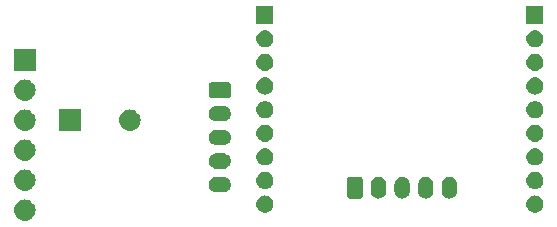
<source format=gbr>
G04 #@! TF.GenerationSoftware,KiCad,Pcbnew,(5.1.2)-1*
G04 #@! TF.CreationDate,2021-12-05T07:22:55+09:00*
G04 #@! TF.ProjectId,ESP32C3_downloader,45535033-3243-4335-9f64-6f776e6c6f61,rev?*
G04 #@! TF.SameCoordinates,Original*
G04 #@! TF.FileFunction,Soldermask,Bot*
G04 #@! TF.FilePolarity,Negative*
%FSLAX46Y46*%
G04 Gerber Fmt 4.6, Leading zero omitted, Abs format (unit mm)*
G04 Created by KiCad (PCBNEW (5.1.2)-1) date 2021-12-05 07:22:55*
%MOMM*%
%LPD*%
G04 APERTURE LIST*
%ADD10C,0.150000*%
G04 APERTURE END LIST*
D10*
G36*
X31860443Y-67685519D02*
G01*
X31926627Y-67692037D01*
X32096466Y-67743557D01*
X32252991Y-67827222D01*
X32288729Y-67856552D01*
X32390186Y-67939814D01*
X32473448Y-68041271D01*
X32502778Y-68077009D01*
X32586443Y-68233534D01*
X32637963Y-68403373D01*
X32655359Y-68580000D01*
X32637963Y-68756627D01*
X32586443Y-68926466D01*
X32502778Y-69082991D01*
X32473448Y-69118729D01*
X32390186Y-69220186D01*
X32288729Y-69303448D01*
X32252991Y-69332778D01*
X32096466Y-69416443D01*
X31926627Y-69467963D01*
X31860442Y-69474482D01*
X31794260Y-69481000D01*
X31705740Y-69481000D01*
X31639558Y-69474482D01*
X31573373Y-69467963D01*
X31403534Y-69416443D01*
X31247009Y-69332778D01*
X31211271Y-69303448D01*
X31109814Y-69220186D01*
X31026552Y-69118729D01*
X30997222Y-69082991D01*
X30913557Y-68926466D01*
X30862037Y-68756627D01*
X30844641Y-68580000D01*
X30862037Y-68403373D01*
X30913557Y-68233534D01*
X30997222Y-68077009D01*
X31026552Y-68041271D01*
X31109814Y-67939814D01*
X31211271Y-67856552D01*
X31247009Y-67827222D01*
X31403534Y-67743557D01*
X31573373Y-67692037D01*
X31639557Y-67685519D01*
X31705740Y-67679000D01*
X31794260Y-67679000D01*
X31860443Y-67685519D01*
X31860443Y-67685519D01*
G37*
G36*
X52141213Y-67347502D02*
G01*
X52212321Y-67354505D01*
X52349172Y-67396019D01*
X52349175Y-67396020D01*
X52475294Y-67463432D01*
X52585843Y-67554157D01*
X52676568Y-67664706D01*
X52743980Y-67790825D01*
X52743981Y-67790828D01*
X52785495Y-67927679D01*
X52799512Y-68070000D01*
X52785495Y-68212321D01*
X52743981Y-68349172D01*
X52743980Y-68349175D01*
X52676568Y-68475294D01*
X52585843Y-68585843D01*
X52475294Y-68676568D01*
X52349175Y-68743980D01*
X52349172Y-68743981D01*
X52212321Y-68785495D01*
X52141213Y-68792498D01*
X52105660Y-68796000D01*
X52034340Y-68796000D01*
X51998787Y-68792498D01*
X51927679Y-68785495D01*
X51790828Y-68743981D01*
X51790825Y-68743980D01*
X51664706Y-68676568D01*
X51554157Y-68585843D01*
X51463432Y-68475294D01*
X51396020Y-68349175D01*
X51396019Y-68349172D01*
X51354505Y-68212321D01*
X51340488Y-68070000D01*
X51354505Y-67927679D01*
X51396019Y-67790828D01*
X51396020Y-67790825D01*
X51463432Y-67664706D01*
X51554157Y-67554157D01*
X51664706Y-67463432D01*
X51790825Y-67396020D01*
X51790828Y-67396019D01*
X51927679Y-67354505D01*
X51998787Y-67347502D01*
X52034340Y-67344000D01*
X52105660Y-67344000D01*
X52141213Y-67347502D01*
X52141213Y-67347502D01*
G37*
G36*
X75001213Y-67347502D02*
G01*
X75072321Y-67354505D01*
X75209172Y-67396019D01*
X75209175Y-67396020D01*
X75335294Y-67463432D01*
X75445843Y-67554157D01*
X75536568Y-67664706D01*
X75603980Y-67790825D01*
X75603981Y-67790828D01*
X75645495Y-67927679D01*
X75659512Y-68070000D01*
X75645495Y-68212321D01*
X75603981Y-68349172D01*
X75603980Y-68349175D01*
X75536568Y-68475294D01*
X75445843Y-68585843D01*
X75335294Y-68676568D01*
X75209175Y-68743980D01*
X75209172Y-68743981D01*
X75072321Y-68785495D01*
X75001213Y-68792498D01*
X74965660Y-68796000D01*
X74894340Y-68796000D01*
X74858787Y-68792498D01*
X74787679Y-68785495D01*
X74650828Y-68743981D01*
X74650825Y-68743980D01*
X74524706Y-68676568D01*
X74414157Y-68585843D01*
X74323432Y-68475294D01*
X74256020Y-68349175D01*
X74256019Y-68349172D01*
X74214505Y-68212321D01*
X74200488Y-68070000D01*
X74214505Y-67927679D01*
X74256019Y-67790828D01*
X74256020Y-67790825D01*
X74323432Y-67664706D01*
X74414157Y-67554157D01*
X74524706Y-67463432D01*
X74650825Y-67396020D01*
X74650828Y-67396019D01*
X74787679Y-67354505D01*
X74858787Y-67347502D01*
X74894340Y-67344000D01*
X74965660Y-67344000D01*
X75001213Y-67347502D01*
X75001213Y-67347502D01*
G37*
G36*
X63817617Y-65758420D02*
G01*
X63898399Y-65782925D01*
X63940335Y-65795646D01*
X64053424Y-65856094D01*
X64152554Y-65937447D01*
X64233906Y-66036575D01*
X64294354Y-66149664D01*
X64300421Y-66169664D01*
X64331580Y-66272382D01*
X64341000Y-66368027D01*
X64341000Y-66981973D01*
X64331580Y-67077618D01*
X64304040Y-67168404D01*
X64294354Y-67200336D01*
X64233906Y-67313425D01*
X64152554Y-67412554D01*
X64053425Y-67493906D01*
X63940336Y-67554354D01*
X63908404Y-67564040D01*
X63817618Y-67591580D01*
X63690000Y-67604149D01*
X63562383Y-67591580D01*
X63471597Y-67564040D01*
X63439665Y-67554354D01*
X63326576Y-67493906D01*
X63227447Y-67412554D01*
X63146096Y-67313427D01*
X63146095Y-67313425D01*
X63085647Y-67200336D01*
X63085645Y-67200333D01*
X63073237Y-67159427D01*
X63048420Y-67077618D01*
X63039000Y-66981973D01*
X63039000Y-66368028D01*
X63048420Y-66272383D01*
X63079578Y-66169668D01*
X63085646Y-66149665D01*
X63146094Y-66036576D01*
X63227447Y-65937446D01*
X63326575Y-65856094D01*
X63439664Y-65795646D01*
X63481600Y-65782925D01*
X63562382Y-65758420D01*
X63690000Y-65745851D01*
X63817617Y-65758420D01*
X63817617Y-65758420D01*
G37*
G36*
X65817617Y-65758420D02*
G01*
X65898399Y-65782925D01*
X65940335Y-65795646D01*
X66053424Y-65856094D01*
X66152554Y-65937447D01*
X66233906Y-66036575D01*
X66294354Y-66149664D01*
X66300421Y-66169664D01*
X66331580Y-66272382D01*
X66341000Y-66368027D01*
X66341000Y-66981973D01*
X66331580Y-67077618D01*
X66304040Y-67168404D01*
X66294354Y-67200336D01*
X66233906Y-67313425D01*
X66152554Y-67412554D01*
X66053425Y-67493906D01*
X65940336Y-67554354D01*
X65908404Y-67564040D01*
X65817618Y-67591580D01*
X65690000Y-67604149D01*
X65562383Y-67591580D01*
X65471597Y-67564040D01*
X65439665Y-67554354D01*
X65326576Y-67493906D01*
X65227447Y-67412554D01*
X65146096Y-67313427D01*
X65146095Y-67313425D01*
X65085647Y-67200336D01*
X65085645Y-67200333D01*
X65073237Y-67159427D01*
X65048420Y-67077618D01*
X65039000Y-66981973D01*
X65039000Y-66368028D01*
X65048420Y-66272383D01*
X65079578Y-66169668D01*
X65085646Y-66149665D01*
X65146094Y-66036576D01*
X65227447Y-65937446D01*
X65326575Y-65856094D01*
X65439664Y-65795646D01*
X65481600Y-65782925D01*
X65562382Y-65758420D01*
X65690000Y-65745851D01*
X65817617Y-65758420D01*
X65817617Y-65758420D01*
G37*
G36*
X67817617Y-65758420D02*
G01*
X67898399Y-65782925D01*
X67940335Y-65795646D01*
X68053424Y-65856094D01*
X68152554Y-65937447D01*
X68233906Y-66036575D01*
X68294354Y-66149664D01*
X68300421Y-66169664D01*
X68331580Y-66272382D01*
X68341000Y-66368027D01*
X68341000Y-66981973D01*
X68331580Y-67077618D01*
X68304040Y-67168404D01*
X68294354Y-67200336D01*
X68233906Y-67313425D01*
X68152554Y-67412554D01*
X68053425Y-67493906D01*
X67940336Y-67554354D01*
X67908404Y-67564040D01*
X67817618Y-67591580D01*
X67690000Y-67604149D01*
X67562383Y-67591580D01*
X67471597Y-67564040D01*
X67439665Y-67554354D01*
X67326576Y-67493906D01*
X67227447Y-67412554D01*
X67146096Y-67313427D01*
X67146095Y-67313425D01*
X67085647Y-67200336D01*
X67085645Y-67200333D01*
X67073237Y-67159427D01*
X67048420Y-67077618D01*
X67039000Y-66981973D01*
X67039000Y-66368028D01*
X67048420Y-66272383D01*
X67079578Y-66169668D01*
X67085646Y-66149665D01*
X67146094Y-66036576D01*
X67227447Y-65937446D01*
X67326575Y-65856094D01*
X67439664Y-65795646D01*
X67481600Y-65782925D01*
X67562382Y-65758420D01*
X67690000Y-65745851D01*
X67817617Y-65758420D01*
X67817617Y-65758420D01*
G37*
G36*
X61817617Y-65758420D02*
G01*
X61898399Y-65782925D01*
X61940335Y-65795646D01*
X62053424Y-65856094D01*
X62152554Y-65937447D01*
X62233906Y-66036575D01*
X62294354Y-66149664D01*
X62300421Y-66169664D01*
X62331580Y-66272382D01*
X62341000Y-66368027D01*
X62341000Y-66981973D01*
X62331580Y-67077618D01*
X62304040Y-67168404D01*
X62294354Y-67200336D01*
X62233906Y-67313425D01*
X62152554Y-67412554D01*
X62053425Y-67493906D01*
X61940336Y-67554354D01*
X61908404Y-67564040D01*
X61817618Y-67591580D01*
X61690000Y-67604149D01*
X61562383Y-67591580D01*
X61471597Y-67564040D01*
X61439665Y-67554354D01*
X61326576Y-67493906D01*
X61227447Y-67412554D01*
X61146096Y-67313427D01*
X61146095Y-67313425D01*
X61085647Y-67200336D01*
X61085645Y-67200333D01*
X61073237Y-67159427D01*
X61048420Y-67077618D01*
X61039000Y-66981973D01*
X61039000Y-66368028D01*
X61048420Y-66272383D01*
X61079578Y-66169668D01*
X61085646Y-66149665D01*
X61146094Y-66036576D01*
X61227447Y-65937446D01*
X61326575Y-65856094D01*
X61439664Y-65795646D01*
X61481600Y-65782925D01*
X61562382Y-65758420D01*
X61690000Y-65745851D01*
X61817617Y-65758420D01*
X61817617Y-65758420D01*
G37*
G36*
X60181242Y-65753404D02*
G01*
X60218337Y-65764657D01*
X60252515Y-65782925D01*
X60282481Y-65807519D01*
X60307075Y-65837485D01*
X60325343Y-65871663D01*
X60336596Y-65908758D01*
X60341000Y-65953474D01*
X60341000Y-67396526D01*
X60336596Y-67441242D01*
X60325343Y-67478337D01*
X60307075Y-67512515D01*
X60282481Y-67542481D01*
X60252515Y-67567075D01*
X60218337Y-67585343D01*
X60181242Y-67596596D01*
X60136526Y-67601000D01*
X59243474Y-67601000D01*
X59198758Y-67596596D01*
X59161663Y-67585343D01*
X59127485Y-67567075D01*
X59097519Y-67542481D01*
X59072925Y-67512515D01*
X59054657Y-67478337D01*
X59043404Y-67441242D01*
X59039000Y-67396526D01*
X59039000Y-65953474D01*
X59043404Y-65908758D01*
X59054657Y-65871663D01*
X59072925Y-65837485D01*
X59097519Y-65807519D01*
X59127485Y-65782925D01*
X59161663Y-65764657D01*
X59198758Y-65753404D01*
X59243474Y-65749000D01*
X60136526Y-65749000D01*
X60181242Y-65753404D01*
X60181242Y-65753404D01*
G37*
G36*
X48598855Y-65772140D02*
G01*
X48662618Y-65778420D01*
X48719404Y-65795646D01*
X48785336Y-65815646D01*
X48898425Y-65876094D01*
X48997554Y-65957446D01*
X49078906Y-66056575D01*
X49139354Y-66169664D01*
X49139355Y-66169668D01*
X49176580Y-66292382D01*
X49189149Y-66420000D01*
X49176580Y-66547618D01*
X49149040Y-66638404D01*
X49139354Y-66670336D01*
X49078906Y-66783425D01*
X48997554Y-66882554D01*
X48898425Y-66963906D01*
X48785336Y-67024354D01*
X48753404Y-67034040D01*
X48662618Y-67061580D01*
X48598855Y-67067860D01*
X48566974Y-67071000D01*
X47953026Y-67071000D01*
X47921145Y-67067860D01*
X47857382Y-67061580D01*
X47766596Y-67034040D01*
X47734664Y-67024354D01*
X47621575Y-66963906D01*
X47522446Y-66882554D01*
X47441094Y-66783425D01*
X47380646Y-66670336D01*
X47370960Y-66638404D01*
X47343420Y-66547618D01*
X47330851Y-66420000D01*
X47343420Y-66292382D01*
X47380645Y-66169668D01*
X47380646Y-66169664D01*
X47441094Y-66056575D01*
X47522446Y-65957446D01*
X47621575Y-65876094D01*
X47734664Y-65815646D01*
X47800596Y-65795646D01*
X47857382Y-65778420D01*
X47921145Y-65772140D01*
X47953026Y-65769000D01*
X48566974Y-65769000D01*
X48598855Y-65772140D01*
X48598855Y-65772140D01*
G37*
G36*
X31860442Y-65145518D02*
G01*
X31926627Y-65152037D01*
X32096466Y-65203557D01*
X32252991Y-65287222D01*
X32288729Y-65316552D01*
X32390186Y-65399814D01*
X32473448Y-65501271D01*
X32502778Y-65537009D01*
X32502779Y-65537011D01*
X32571034Y-65664705D01*
X32586443Y-65693534D01*
X32637963Y-65863373D01*
X32655359Y-66040000D01*
X32637963Y-66216627D01*
X32586443Y-66386466D01*
X32502778Y-66542991D01*
X32473448Y-66578729D01*
X32390186Y-66680186D01*
X32312450Y-66743981D01*
X32252991Y-66792778D01*
X32096466Y-66876443D01*
X31926627Y-66927963D01*
X31860442Y-66934482D01*
X31794260Y-66941000D01*
X31705740Y-66941000D01*
X31639558Y-66934482D01*
X31573373Y-66927963D01*
X31403534Y-66876443D01*
X31247009Y-66792778D01*
X31187550Y-66743981D01*
X31109814Y-66680186D01*
X31026552Y-66578729D01*
X30997222Y-66542991D01*
X30913557Y-66386466D01*
X30862037Y-66216627D01*
X30844641Y-66040000D01*
X30862037Y-65863373D01*
X30913557Y-65693534D01*
X30928967Y-65664705D01*
X30997221Y-65537011D01*
X30997222Y-65537009D01*
X31026552Y-65501271D01*
X31109814Y-65399814D01*
X31211271Y-65316552D01*
X31247009Y-65287222D01*
X31403534Y-65203557D01*
X31573373Y-65152037D01*
X31639558Y-65145518D01*
X31705740Y-65139000D01*
X31794260Y-65139000D01*
X31860442Y-65145518D01*
X31860442Y-65145518D01*
G37*
G36*
X52141213Y-65347502D02*
G01*
X52212321Y-65354505D01*
X52349172Y-65396019D01*
X52349175Y-65396020D01*
X52475294Y-65463432D01*
X52585843Y-65554157D01*
X52676568Y-65664706D01*
X52743980Y-65790825D01*
X52743981Y-65790828D01*
X52785495Y-65927679D01*
X52799512Y-66070000D01*
X52785495Y-66212321D01*
X52743981Y-66349172D01*
X52743980Y-66349175D01*
X52676568Y-66475294D01*
X52585843Y-66585843D01*
X52475294Y-66676568D01*
X52349175Y-66743980D01*
X52349172Y-66743981D01*
X52212321Y-66785495D01*
X52141213Y-66792498D01*
X52105660Y-66796000D01*
X52034340Y-66796000D01*
X51998787Y-66792498D01*
X51927679Y-66785495D01*
X51790828Y-66743981D01*
X51790825Y-66743980D01*
X51664706Y-66676568D01*
X51554157Y-66585843D01*
X51463432Y-66475294D01*
X51396020Y-66349175D01*
X51396019Y-66349172D01*
X51354505Y-66212321D01*
X51340488Y-66070000D01*
X51354505Y-65927679D01*
X51396019Y-65790828D01*
X51396020Y-65790825D01*
X51463432Y-65664706D01*
X51554157Y-65554157D01*
X51664706Y-65463432D01*
X51790825Y-65396020D01*
X51790828Y-65396019D01*
X51927679Y-65354505D01*
X51998787Y-65347502D01*
X52034340Y-65344000D01*
X52105660Y-65344000D01*
X52141213Y-65347502D01*
X52141213Y-65347502D01*
G37*
G36*
X75001213Y-65347502D02*
G01*
X75072321Y-65354505D01*
X75209172Y-65396019D01*
X75209175Y-65396020D01*
X75335294Y-65463432D01*
X75445843Y-65554157D01*
X75536568Y-65664706D01*
X75603980Y-65790825D01*
X75603981Y-65790828D01*
X75645495Y-65927679D01*
X75659512Y-66070000D01*
X75645495Y-66212321D01*
X75603981Y-66349172D01*
X75603980Y-66349175D01*
X75536568Y-66475294D01*
X75445843Y-66585843D01*
X75335294Y-66676568D01*
X75209175Y-66743980D01*
X75209172Y-66743981D01*
X75072321Y-66785495D01*
X75001213Y-66792498D01*
X74965660Y-66796000D01*
X74894340Y-66796000D01*
X74858787Y-66792498D01*
X74787679Y-66785495D01*
X74650828Y-66743981D01*
X74650825Y-66743980D01*
X74524706Y-66676568D01*
X74414157Y-66585843D01*
X74323432Y-66475294D01*
X74256020Y-66349175D01*
X74256019Y-66349172D01*
X74214505Y-66212321D01*
X74200488Y-66070000D01*
X74214505Y-65927679D01*
X74256019Y-65790828D01*
X74256020Y-65790825D01*
X74323432Y-65664706D01*
X74414157Y-65554157D01*
X74524706Y-65463432D01*
X74650825Y-65396020D01*
X74650828Y-65396019D01*
X74787679Y-65354505D01*
X74858787Y-65347502D01*
X74894340Y-65344000D01*
X74965660Y-65344000D01*
X75001213Y-65347502D01*
X75001213Y-65347502D01*
G37*
G36*
X48598855Y-63772140D02*
G01*
X48662618Y-63778420D01*
X48753404Y-63805960D01*
X48785336Y-63815646D01*
X48898425Y-63876094D01*
X48997554Y-63957446D01*
X49078906Y-64056575D01*
X49139354Y-64169664D01*
X49139355Y-64169668D01*
X49176580Y-64292382D01*
X49189149Y-64420000D01*
X49176580Y-64547618D01*
X49149040Y-64638404D01*
X49139354Y-64670336D01*
X49078906Y-64783425D01*
X48997554Y-64882554D01*
X48898425Y-64963906D01*
X48785336Y-65024354D01*
X48753404Y-65034040D01*
X48662618Y-65061580D01*
X48598855Y-65067860D01*
X48566974Y-65071000D01*
X47953026Y-65071000D01*
X47921145Y-65067860D01*
X47857382Y-65061580D01*
X47766596Y-65034040D01*
X47734664Y-65024354D01*
X47621575Y-64963906D01*
X47522446Y-64882554D01*
X47441094Y-64783425D01*
X47380646Y-64670336D01*
X47370960Y-64638404D01*
X47343420Y-64547618D01*
X47330851Y-64420000D01*
X47343420Y-64292382D01*
X47380645Y-64169668D01*
X47380646Y-64169664D01*
X47441094Y-64056575D01*
X47522446Y-63957446D01*
X47621575Y-63876094D01*
X47734664Y-63815646D01*
X47766596Y-63805960D01*
X47857382Y-63778420D01*
X47921145Y-63772140D01*
X47953026Y-63769000D01*
X48566974Y-63769000D01*
X48598855Y-63772140D01*
X48598855Y-63772140D01*
G37*
G36*
X75001213Y-63347502D02*
G01*
X75072321Y-63354505D01*
X75209172Y-63396019D01*
X75209175Y-63396020D01*
X75335294Y-63463432D01*
X75445843Y-63554157D01*
X75536568Y-63664706D01*
X75603980Y-63790825D01*
X75603981Y-63790828D01*
X75645495Y-63927679D01*
X75659512Y-64070000D01*
X75645495Y-64212321D01*
X75607843Y-64336442D01*
X75603980Y-64349175D01*
X75536568Y-64475294D01*
X75445843Y-64585843D01*
X75335294Y-64676568D01*
X75209175Y-64743980D01*
X75209172Y-64743981D01*
X75072321Y-64785495D01*
X75001213Y-64792498D01*
X74965660Y-64796000D01*
X74894340Y-64796000D01*
X74858787Y-64792498D01*
X74787679Y-64785495D01*
X74650828Y-64743981D01*
X74650825Y-64743980D01*
X74524706Y-64676568D01*
X74414157Y-64585843D01*
X74323432Y-64475294D01*
X74256020Y-64349175D01*
X74252157Y-64336442D01*
X74214505Y-64212321D01*
X74200488Y-64070000D01*
X74214505Y-63927679D01*
X74256019Y-63790828D01*
X74256020Y-63790825D01*
X74323432Y-63664706D01*
X74414157Y-63554157D01*
X74524706Y-63463432D01*
X74650825Y-63396020D01*
X74650828Y-63396019D01*
X74787679Y-63354505D01*
X74858787Y-63347502D01*
X74894340Y-63344000D01*
X74965660Y-63344000D01*
X75001213Y-63347502D01*
X75001213Y-63347502D01*
G37*
G36*
X52141213Y-63347502D02*
G01*
X52212321Y-63354505D01*
X52349172Y-63396019D01*
X52349175Y-63396020D01*
X52475294Y-63463432D01*
X52585843Y-63554157D01*
X52676568Y-63664706D01*
X52743980Y-63790825D01*
X52743981Y-63790828D01*
X52785495Y-63927679D01*
X52799512Y-64070000D01*
X52785495Y-64212321D01*
X52747843Y-64336442D01*
X52743980Y-64349175D01*
X52676568Y-64475294D01*
X52585843Y-64585843D01*
X52475294Y-64676568D01*
X52349175Y-64743980D01*
X52349172Y-64743981D01*
X52212321Y-64785495D01*
X52141213Y-64792498D01*
X52105660Y-64796000D01*
X52034340Y-64796000D01*
X51998787Y-64792498D01*
X51927679Y-64785495D01*
X51790828Y-64743981D01*
X51790825Y-64743980D01*
X51664706Y-64676568D01*
X51554157Y-64585843D01*
X51463432Y-64475294D01*
X51396020Y-64349175D01*
X51392157Y-64336442D01*
X51354505Y-64212321D01*
X51340488Y-64070000D01*
X51354505Y-63927679D01*
X51396019Y-63790828D01*
X51396020Y-63790825D01*
X51463432Y-63664706D01*
X51554157Y-63554157D01*
X51664706Y-63463432D01*
X51790825Y-63396020D01*
X51790828Y-63396019D01*
X51927679Y-63354505D01*
X51998787Y-63347502D01*
X52034340Y-63344000D01*
X52105660Y-63344000D01*
X52141213Y-63347502D01*
X52141213Y-63347502D01*
G37*
G36*
X31860442Y-62605518D02*
G01*
X31926627Y-62612037D01*
X32096466Y-62663557D01*
X32252991Y-62747222D01*
X32288729Y-62776552D01*
X32390186Y-62859814D01*
X32473448Y-62961271D01*
X32502778Y-62997009D01*
X32586443Y-63153534D01*
X32637963Y-63323373D01*
X32655359Y-63500000D01*
X32637963Y-63676627D01*
X32586443Y-63846466D01*
X32502778Y-64002991D01*
X32473448Y-64038729D01*
X32390186Y-64140186D01*
X32302290Y-64212319D01*
X32252991Y-64252778D01*
X32096466Y-64336443D01*
X31926627Y-64387963D01*
X31860442Y-64394482D01*
X31794260Y-64401000D01*
X31705740Y-64401000D01*
X31639558Y-64394482D01*
X31573373Y-64387963D01*
X31403534Y-64336443D01*
X31247009Y-64252778D01*
X31197710Y-64212319D01*
X31109814Y-64140186D01*
X31026552Y-64038729D01*
X30997222Y-64002991D01*
X30913557Y-63846466D01*
X30862037Y-63676627D01*
X30844641Y-63500000D01*
X30862037Y-63323373D01*
X30913557Y-63153534D01*
X30997222Y-62997009D01*
X31026552Y-62961271D01*
X31109814Y-62859814D01*
X31211271Y-62776552D01*
X31247009Y-62747222D01*
X31403534Y-62663557D01*
X31573373Y-62612037D01*
X31639558Y-62605518D01*
X31705740Y-62599000D01*
X31794260Y-62599000D01*
X31860442Y-62605518D01*
X31860442Y-62605518D01*
G37*
G36*
X48598855Y-61772140D02*
G01*
X48662618Y-61778420D01*
X48753404Y-61805960D01*
X48785336Y-61815646D01*
X48898425Y-61876094D01*
X48997554Y-61957446D01*
X49078906Y-62056575D01*
X49139354Y-62169664D01*
X49139355Y-62169668D01*
X49176580Y-62292382D01*
X49189149Y-62420000D01*
X49176580Y-62547618D01*
X49149040Y-62638404D01*
X49139354Y-62670336D01*
X49078906Y-62783425D01*
X48997554Y-62882554D01*
X48898425Y-62963906D01*
X48785336Y-63024354D01*
X48753404Y-63034040D01*
X48662618Y-63061580D01*
X48598855Y-63067860D01*
X48566974Y-63071000D01*
X47953026Y-63071000D01*
X47921145Y-63067860D01*
X47857382Y-63061580D01*
X47766596Y-63034040D01*
X47734664Y-63024354D01*
X47621575Y-62963906D01*
X47522446Y-62882554D01*
X47441094Y-62783425D01*
X47380646Y-62670336D01*
X47370960Y-62638404D01*
X47343420Y-62547618D01*
X47330851Y-62420000D01*
X47343420Y-62292382D01*
X47380645Y-62169668D01*
X47380646Y-62169664D01*
X47441094Y-62056575D01*
X47522446Y-61957446D01*
X47621575Y-61876094D01*
X47734664Y-61815646D01*
X47766596Y-61805960D01*
X47857382Y-61778420D01*
X47921145Y-61772140D01*
X47953026Y-61769000D01*
X48566974Y-61769000D01*
X48598855Y-61772140D01*
X48598855Y-61772140D01*
G37*
G36*
X75001213Y-61347502D02*
G01*
X75072321Y-61354505D01*
X75209172Y-61396019D01*
X75209175Y-61396020D01*
X75335294Y-61463432D01*
X75445843Y-61554157D01*
X75536568Y-61664706D01*
X75603980Y-61790825D01*
X75603981Y-61790828D01*
X75645495Y-61927679D01*
X75659512Y-62070000D01*
X75645495Y-62212321D01*
X75603981Y-62349172D01*
X75603980Y-62349175D01*
X75536568Y-62475294D01*
X75445843Y-62585843D01*
X75335294Y-62676568D01*
X75209175Y-62743980D01*
X75209172Y-62743981D01*
X75072321Y-62785495D01*
X75001213Y-62792498D01*
X74965660Y-62796000D01*
X74894340Y-62796000D01*
X74858787Y-62792498D01*
X74787679Y-62785495D01*
X74650828Y-62743981D01*
X74650825Y-62743980D01*
X74524706Y-62676568D01*
X74414157Y-62585843D01*
X74323432Y-62475294D01*
X74256020Y-62349175D01*
X74256019Y-62349172D01*
X74214505Y-62212321D01*
X74200488Y-62070000D01*
X74214505Y-61927679D01*
X74256019Y-61790828D01*
X74256020Y-61790825D01*
X74323432Y-61664706D01*
X74414157Y-61554157D01*
X74524706Y-61463432D01*
X74650825Y-61396020D01*
X74650828Y-61396019D01*
X74787679Y-61354505D01*
X74858787Y-61347502D01*
X74894340Y-61344000D01*
X74965660Y-61344000D01*
X75001213Y-61347502D01*
X75001213Y-61347502D01*
G37*
G36*
X52141213Y-61347502D02*
G01*
X52212321Y-61354505D01*
X52349172Y-61396019D01*
X52349175Y-61396020D01*
X52475294Y-61463432D01*
X52585843Y-61554157D01*
X52676568Y-61664706D01*
X52743980Y-61790825D01*
X52743981Y-61790828D01*
X52785495Y-61927679D01*
X52799512Y-62070000D01*
X52785495Y-62212321D01*
X52743981Y-62349172D01*
X52743980Y-62349175D01*
X52676568Y-62475294D01*
X52585843Y-62585843D01*
X52475294Y-62676568D01*
X52349175Y-62743980D01*
X52349172Y-62743981D01*
X52212321Y-62785495D01*
X52141213Y-62792498D01*
X52105660Y-62796000D01*
X52034340Y-62796000D01*
X51998787Y-62792498D01*
X51927679Y-62785495D01*
X51790828Y-62743981D01*
X51790825Y-62743980D01*
X51664706Y-62676568D01*
X51554157Y-62585843D01*
X51463432Y-62475294D01*
X51396020Y-62349175D01*
X51396019Y-62349172D01*
X51354505Y-62212321D01*
X51340488Y-62070000D01*
X51354505Y-61927679D01*
X51396019Y-61790828D01*
X51396020Y-61790825D01*
X51463432Y-61664706D01*
X51554157Y-61554157D01*
X51664706Y-61463432D01*
X51790825Y-61396020D01*
X51790828Y-61396019D01*
X51927679Y-61354505D01*
X51998787Y-61347502D01*
X52034340Y-61344000D01*
X52105660Y-61344000D01*
X52141213Y-61347502D01*
X52141213Y-61347502D01*
G37*
G36*
X31860442Y-60065518D02*
G01*
X31926627Y-60072037D01*
X32096466Y-60123557D01*
X32252991Y-60207222D01*
X32288729Y-60236552D01*
X32390186Y-60319814D01*
X32472405Y-60420000D01*
X32502778Y-60457009D01*
X32586443Y-60613534D01*
X32637963Y-60783373D01*
X32655359Y-60960000D01*
X32637963Y-61136627D01*
X32586443Y-61306466D01*
X32502778Y-61462991D01*
X32502415Y-61463433D01*
X32390186Y-61600186D01*
X32288729Y-61683448D01*
X32252991Y-61712778D01*
X32252989Y-61712779D01*
X32106977Y-61790825D01*
X32096466Y-61796443D01*
X31926627Y-61847963D01*
X31860443Y-61854481D01*
X31794260Y-61861000D01*
X31705740Y-61861000D01*
X31639557Y-61854481D01*
X31573373Y-61847963D01*
X31403534Y-61796443D01*
X31393024Y-61790825D01*
X31247011Y-61712779D01*
X31247009Y-61712778D01*
X31211271Y-61683448D01*
X31109814Y-61600186D01*
X30997585Y-61463433D01*
X30997222Y-61462991D01*
X30913557Y-61306466D01*
X30862037Y-61136627D01*
X30844641Y-60960000D01*
X30862037Y-60783373D01*
X30913557Y-60613534D01*
X30997222Y-60457009D01*
X31027595Y-60420000D01*
X31109814Y-60319814D01*
X31211271Y-60236552D01*
X31247009Y-60207222D01*
X31403534Y-60123557D01*
X31573373Y-60072037D01*
X31639558Y-60065518D01*
X31705740Y-60059000D01*
X31794260Y-60059000D01*
X31860442Y-60065518D01*
X31860442Y-60065518D01*
G37*
G36*
X36461000Y-61861000D02*
G01*
X34659000Y-61861000D01*
X34659000Y-60059000D01*
X36461000Y-60059000D01*
X36461000Y-61861000D01*
X36461000Y-61861000D01*
G37*
G36*
X40750442Y-60065518D02*
G01*
X40816627Y-60072037D01*
X40986466Y-60123557D01*
X41142991Y-60207222D01*
X41178729Y-60236552D01*
X41280186Y-60319814D01*
X41362405Y-60420000D01*
X41392778Y-60457009D01*
X41476443Y-60613534D01*
X41527963Y-60783373D01*
X41545359Y-60960000D01*
X41527963Y-61136627D01*
X41476443Y-61306466D01*
X41392778Y-61462991D01*
X41392415Y-61463433D01*
X41280186Y-61600186D01*
X41178729Y-61683448D01*
X41142991Y-61712778D01*
X41142989Y-61712779D01*
X40996977Y-61790825D01*
X40986466Y-61796443D01*
X40816627Y-61847963D01*
X40750443Y-61854481D01*
X40684260Y-61861000D01*
X40595740Y-61861000D01*
X40529557Y-61854481D01*
X40463373Y-61847963D01*
X40293534Y-61796443D01*
X40283024Y-61790825D01*
X40137011Y-61712779D01*
X40137009Y-61712778D01*
X40101271Y-61683448D01*
X39999814Y-61600186D01*
X39887585Y-61463433D01*
X39887222Y-61462991D01*
X39803557Y-61306466D01*
X39752037Y-61136627D01*
X39734641Y-60960000D01*
X39752037Y-60783373D01*
X39803557Y-60613534D01*
X39887222Y-60457009D01*
X39917595Y-60420000D01*
X39999814Y-60319814D01*
X40101271Y-60236552D01*
X40137009Y-60207222D01*
X40293534Y-60123557D01*
X40463373Y-60072037D01*
X40529558Y-60065518D01*
X40595740Y-60059000D01*
X40684260Y-60059000D01*
X40750442Y-60065518D01*
X40750442Y-60065518D01*
G37*
G36*
X48598855Y-59772140D02*
G01*
X48662618Y-59778420D01*
X48753404Y-59805960D01*
X48785336Y-59815646D01*
X48898425Y-59876094D01*
X48997554Y-59957446D01*
X49078906Y-60056575D01*
X49139354Y-60169664D01*
X49139355Y-60169668D01*
X49176580Y-60292382D01*
X49189149Y-60420000D01*
X49176580Y-60547618D01*
X49149040Y-60638404D01*
X49139354Y-60670336D01*
X49078906Y-60783425D01*
X48997554Y-60882554D01*
X48898425Y-60963906D01*
X48785336Y-61024354D01*
X48753404Y-61034040D01*
X48662618Y-61061580D01*
X48598855Y-61067860D01*
X48566974Y-61071000D01*
X47953026Y-61071000D01*
X47921145Y-61067860D01*
X47857382Y-61061580D01*
X47766596Y-61034040D01*
X47734664Y-61024354D01*
X47621575Y-60963906D01*
X47522446Y-60882554D01*
X47441094Y-60783425D01*
X47380646Y-60670336D01*
X47370960Y-60638404D01*
X47343420Y-60547618D01*
X47330851Y-60420000D01*
X47343420Y-60292382D01*
X47380645Y-60169668D01*
X47380646Y-60169664D01*
X47441094Y-60056575D01*
X47522446Y-59957446D01*
X47621575Y-59876094D01*
X47734664Y-59815646D01*
X47766596Y-59805960D01*
X47857382Y-59778420D01*
X47921145Y-59772140D01*
X47953026Y-59769000D01*
X48566974Y-59769000D01*
X48598855Y-59772140D01*
X48598855Y-59772140D01*
G37*
G36*
X75001213Y-59347502D02*
G01*
X75072321Y-59354505D01*
X75209172Y-59396019D01*
X75209175Y-59396020D01*
X75335294Y-59463432D01*
X75445843Y-59554157D01*
X75536568Y-59664706D01*
X75603980Y-59790825D01*
X75603981Y-59790828D01*
X75645495Y-59927679D01*
X75659512Y-60070000D01*
X75645495Y-60212321D01*
X75612887Y-60319814D01*
X75603980Y-60349175D01*
X75536568Y-60475294D01*
X75445843Y-60585843D01*
X75335294Y-60676568D01*
X75209175Y-60743980D01*
X75209172Y-60743981D01*
X75072321Y-60785495D01*
X75001213Y-60792498D01*
X74965660Y-60796000D01*
X74894340Y-60796000D01*
X74858787Y-60792498D01*
X74787679Y-60785495D01*
X74650828Y-60743981D01*
X74650825Y-60743980D01*
X74524706Y-60676568D01*
X74414157Y-60585843D01*
X74323432Y-60475294D01*
X74256020Y-60349175D01*
X74247113Y-60319814D01*
X74214505Y-60212321D01*
X74200488Y-60070000D01*
X74214505Y-59927679D01*
X74256019Y-59790828D01*
X74256020Y-59790825D01*
X74323432Y-59664706D01*
X74414157Y-59554157D01*
X74524706Y-59463432D01*
X74650825Y-59396020D01*
X74650828Y-59396019D01*
X74787679Y-59354505D01*
X74858787Y-59347502D01*
X74894340Y-59344000D01*
X74965660Y-59344000D01*
X75001213Y-59347502D01*
X75001213Y-59347502D01*
G37*
G36*
X52141213Y-59347502D02*
G01*
X52212321Y-59354505D01*
X52349172Y-59396019D01*
X52349175Y-59396020D01*
X52475294Y-59463432D01*
X52585843Y-59554157D01*
X52676568Y-59664706D01*
X52743980Y-59790825D01*
X52743981Y-59790828D01*
X52785495Y-59927679D01*
X52799512Y-60070000D01*
X52785495Y-60212321D01*
X52752887Y-60319814D01*
X52743980Y-60349175D01*
X52676568Y-60475294D01*
X52585843Y-60585843D01*
X52475294Y-60676568D01*
X52349175Y-60743980D01*
X52349172Y-60743981D01*
X52212321Y-60785495D01*
X52141213Y-60792498D01*
X52105660Y-60796000D01*
X52034340Y-60796000D01*
X51998787Y-60792498D01*
X51927679Y-60785495D01*
X51790828Y-60743981D01*
X51790825Y-60743980D01*
X51664706Y-60676568D01*
X51554157Y-60585843D01*
X51463432Y-60475294D01*
X51396020Y-60349175D01*
X51387113Y-60319814D01*
X51354505Y-60212321D01*
X51340488Y-60070000D01*
X51354505Y-59927679D01*
X51396019Y-59790828D01*
X51396020Y-59790825D01*
X51463432Y-59664706D01*
X51554157Y-59554157D01*
X51664706Y-59463432D01*
X51790825Y-59396020D01*
X51790828Y-59396019D01*
X51927679Y-59354505D01*
X51998787Y-59347502D01*
X52034340Y-59344000D01*
X52105660Y-59344000D01*
X52141213Y-59347502D01*
X52141213Y-59347502D01*
G37*
G36*
X31860443Y-57525519D02*
G01*
X31926627Y-57532037D01*
X32096466Y-57583557D01*
X32252991Y-57667222D01*
X32288729Y-57696552D01*
X32390186Y-57779814D01*
X32453928Y-57857485D01*
X32502778Y-57917009D01*
X32586443Y-58073534D01*
X32637963Y-58243373D01*
X32655359Y-58420000D01*
X32637963Y-58596627D01*
X32586443Y-58766466D01*
X32502778Y-58922991D01*
X32473448Y-58958729D01*
X32390186Y-59060186D01*
X32288729Y-59143448D01*
X32252991Y-59172778D01*
X32096466Y-59256443D01*
X31926627Y-59307963D01*
X31860442Y-59314482D01*
X31794260Y-59321000D01*
X31705740Y-59321000D01*
X31639558Y-59314482D01*
X31573373Y-59307963D01*
X31403534Y-59256443D01*
X31247009Y-59172778D01*
X31211271Y-59143448D01*
X31109814Y-59060186D01*
X31026552Y-58958729D01*
X30997222Y-58922991D01*
X30913557Y-58766466D01*
X30862037Y-58596627D01*
X30844641Y-58420000D01*
X30862037Y-58243373D01*
X30913557Y-58073534D01*
X30997222Y-57917009D01*
X31046072Y-57857485D01*
X31109814Y-57779814D01*
X31211271Y-57696552D01*
X31247009Y-57667222D01*
X31403534Y-57583557D01*
X31573373Y-57532037D01*
X31639557Y-57525519D01*
X31705740Y-57519000D01*
X31794260Y-57519000D01*
X31860443Y-57525519D01*
X31860443Y-57525519D01*
G37*
G36*
X49026242Y-57773404D02*
G01*
X49063337Y-57784657D01*
X49097515Y-57802925D01*
X49127481Y-57827519D01*
X49152075Y-57857485D01*
X49170343Y-57891663D01*
X49181596Y-57928758D01*
X49186000Y-57973474D01*
X49186000Y-58866526D01*
X49181596Y-58911242D01*
X49170343Y-58948337D01*
X49152075Y-58982515D01*
X49127481Y-59012481D01*
X49097515Y-59037075D01*
X49063337Y-59055343D01*
X49026242Y-59066596D01*
X48981526Y-59071000D01*
X47538474Y-59071000D01*
X47493758Y-59066596D01*
X47456663Y-59055343D01*
X47422485Y-59037075D01*
X47392519Y-59012481D01*
X47367925Y-58982515D01*
X47349657Y-58948337D01*
X47338404Y-58911242D01*
X47334000Y-58866526D01*
X47334000Y-57973474D01*
X47338404Y-57928758D01*
X47349657Y-57891663D01*
X47367925Y-57857485D01*
X47392519Y-57827519D01*
X47422485Y-57802925D01*
X47456663Y-57784657D01*
X47493758Y-57773404D01*
X47538474Y-57769000D01*
X48981526Y-57769000D01*
X49026242Y-57773404D01*
X49026242Y-57773404D01*
G37*
G36*
X52141213Y-57347502D02*
G01*
X52212321Y-57354505D01*
X52349172Y-57396019D01*
X52349175Y-57396020D01*
X52475294Y-57463432D01*
X52585843Y-57554157D01*
X52676568Y-57664706D01*
X52743980Y-57790825D01*
X52743981Y-57790828D01*
X52785495Y-57927679D01*
X52799512Y-58070000D01*
X52785495Y-58212321D01*
X52743981Y-58349172D01*
X52743980Y-58349175D01*
X52676568Y-58475294D01*
X52585843Y-58585843D01*
X52475294Y-58676568D01*
X52349175Y-58743980D01*
X52349172Y-58743981D01*
X52212321Y-58785495D01*
X52141213Y-58792498D01*
X52105660Y-58796000D01*
X52034340Y-58796000D01*
X51998787Y-58792498D01*
X51927679Y-58785495D01*
X51790828Y-58743981D01*
X51790825Y-58743980D01*
X51664706Y-58676568D01*
X51554157Y-58585843D01*
X51463432Y-58475294D01*
X51396020Y-58349175D01*
X51396019Y-58349172D01*
X51354505Y-58212321D01*
X51340488Y-58070000D01*
X51354505Y-57927679D01*
X51396019Y-57790828D01*
X51396020Y-57790825D01*
X51463432Y-57664706D01*
X51554157Y-57554157D01*
X51664706Y-57463432D01*
X51790825Y-57396020D01*
X51790828Y-57396019D01*
X51927679Y-57354505D01*
X51998787Y-57347502D01*
X52034340Y-57344000D01*
X52105660Y-57344000D01*
X52141213Y-57347502D01*
X52141213Y-57347502D01*
G37*
G36*
X75001213Y-57347502D02*
G01*
X75072321Y-57354505D01*
X75209172Y-57396019D01*
X75209175Y-57396020D01*
X75335294Y-57463432D01*
X75445843Y-57554157D01*
X75536568Y-57664706D01*
X75603980Y-57790825D01*
X75603981Y-57790828D01*
X75645495Y-57927679D01*
X75659512Y-58070000D01*
X75645495Y-58212321D01*
X75603981Y-58349172D01*
X75603980Y-58349175D01*
X75536568Y-58475294D01*
X75445843Y-58585843D01*
X75335294Y-58676568D01*
X75209175Y-58743980D01*
X75209172Y-58743981D01*
X75072321Y-58785495D01*
X75001213Y-58792498D01*
X74965660Y-58796000D01*
X74894340Y-58796000D01*
X74858787Y-58792498D01*
X74787679Y-58785495D01*
X74650828Y-58743981D01*
X74650825Y-58743980D01*
X74524706Y-58676568D01*
X74414157Y-58585843D01*
X74323432Y-58475294D01*
X74256020Y-58349175D01*
X74256019Y-58349172D01*
X74214505Y-58212321D01*
X74200488Y-58070000D01*
X74214505Y-57927679D01*
X74256019Y-57790828D01*
X74256020Y-57790825D01*
X74323432Y-57664706D01*
X74414157Y-57554157D01*
X74524706Y-57463432D01*
X74650825Y-57396020D01*
X74650828Y-57396019D01*
X74787679Y-57354505D01*
X74858787Y-57347502D01*
X74894340Y-57344000D01*
X74965660Y-57344000D01*
X75001213Y-57347502D01*
X75001213Y-57347502D01*
G37*
G36*
X75001213Y-55347502D02*
G01*
X75072321Y-55354505D01*
X75209172Y-55396019D01*
X75209175Y-55396020D01*
X75335294Y-55463432D01*
X75445843Y-55554157D01*
X75536568Y-55664706D01*
X75603980Y-55790825D01*
X75603981Y-55790828D01*
X75645495Y-55927679D01*
X75659512Y-56070000D01*
X75645495Y-56212321D01*
X75603981Y-56349172D01*
X75603980Y-56349175D01*
X75536568Y-56475294D01*
X75445843Y-56585843D01*
X75335294Y-56676568D01*
X75209175Y-56743980D01*
X75209172Y-56743981D01*
X75072321Y-56785495D01*
X75001213Y-56792498D01*
X74965660Y-56796000D01*
X74894340Y-56796000D01*
X74858787Y-56792498D01*
X74787679Y-56785495D01*
X74650828Y-56743981D01*
X74650825Y-56743980D01*
X74524706Y-56676568D01*
X74414157Y-56585843D01*
X74323432Y-56475294D01*
X74256020Y-56349175D01*
X74256019Y-56349172D01*
X74214505Y-56212321D01*
X74200488Y-56070000D01*
X74214505Y-55927679D01*
X74256019Y-55790828D01*
X74256020Y-55790825D01*
X74323432Y-55664706D01*
X74414157Y-55554157D01*
X74524706Y-55463432D01*
X74650825Y-55396020D01*
X74650828Y-55396019D01*
X74787679Y-55354505D01*
X74858787Y-55347502D01*
X74894340Y-55344000D01*
X74965660Y-55344000D01*
X75001213Y-55347502D01*
X75001213Y-55347502D01*
G37*
G36*
X52141213Y-55347502D02*
G01*
X52212321Y-55354505D01*
X52349172Y-55396019D01*
X52349175Y-55396020D01*
X52475294Y-55463432D01*
X52585843Y-55554157D01*
X52676568Y-55664706D01*
X52743980Y-55790825D01*
X52743981Y-55790828D01*
X52785495Y-55927679D01*
X52799512Y-56070000D01*
X52785495Y-56212321D01*
X52743981Y-56349172D01*
X52743980Y-56349175D01*
X52676568Y-56475294D01*
X52585843Y-56585843D01*
X52475294Y-56676568D01*
X52349175Y-56743980D01*
X52349172Y-56743981D01*
X52212321Y-56785495D01*
X52141213Y-56792498D01*
X52105660Y-56796000D01*
X52034340Y-56796000D01*
X51998787Y-56792498D01*
X51927679Y-56785495D01*
X51790828Y-56743981D01*
X51790825Y-56743980D01*
X51664706Y-56676568D01*
X51554157Y-56585843D01*
X51463432Y-56475294D01*
X51396020Y-56349175D01*
X51396019Y-56349172D01*
X51354505Y-56212321D01*
X51340488Y-56070000D01*
X51354505Y-55927679D01*
X51396019Y-55790828D01*
X51396020Y-55790825D01*
X51463432Y-55664706D01*
X51554157Y-55554157D01*
X51664706Y-55463432D01*
X51790825Y-55396020D01*
X51790828Y-55396019D01*
X51927679Y-55354505D01*
X51998787Y-55347502D01*
X52034340Y-55344000D01*
X52105660Y-55344000D01*
X52141213Y-55347502D01*
X52141213Y-55347502D01*
G37*
G36*
X32651000Y-56781000D02*
G01*
X30849000Y-56781000D01*
X30849000Y-54979000D01*
X32651000Y-54979000D01*
X32651000Y-56781000D01*
X32651000Y-56781000D01*
G37*
G36*
X75001213Y-53347502D02*
G01*
X75072321Y-53354505D01*
X75209172Y-53396019D01*
X75209175Y-53396020D01*
X75335294Y-53463432D01*
X75445843Y-53554157D01*
X75536568Y-53664706D01*
X75603980Y-53790825D01*
X75603981Y-53790828D01*
X75645495Y-53927679D01*
X75659512Y-54070000D01*
X75645495Y-54212321D01*
X75603981Y-54349172D01*
X75603980Y-54349175D01*
X75536568Y-54475294D01*
X75445843Y-54585843D01*
X75335294Y-54676568D01*
X75209175Y-54743980D01*
X75209172Y-54743981D01*
X75072321Y-54785495D01*
X75001213Y-54792498D01*
X74965660Y-54796000D01*
X74894340Y-54796000D01*
X74858787Y-54792498D01*
X74787679Y-54785495D01*
X74650828Y-54743981D01*
X74650825Y-54743980D01*
X74524706Y-54676568D01*
X74414157Y-54585843D01*
X74323432Y-54475294D01*
X74256020Y-54349175D01*
X74256019Y-54349172D01*
X74214505Y-54212321D01*
X74200488Y-54070000D01*
X74214505Y-53927679D01*
X74256019Y-53790828D01*
X74256020Y-53790825D01*
X74323432Y-53664706D01*
X74414157Y-53554157D01*
X74524706Y-53463432D01*
X74650825Y-53396020D01*
X74650828Y-53396019D01*
X74787679Y-53354505D01*
X74858787Y-53347502D01*
X74894340Y-53344000D01*
X74965660Y-53344000D01*
X75001213Y-53347502D01*
X75001213Y-53347502D01*
G37*
G36*
X52141213Y-53347502D02*
G01*
X52212321Y-53354505D01*
X52349172Y-53396019D01*
X52349175Y-53396020D01*
X52475294Y-53463432D01*
X52585843Y-53554157D01*
X52676568Y-53664706D01*
X52743980Y-53790825D01*
X52743981Y-53790828D01*
X52785495Y-53927679D01*
X52799512Y-54070000D01*
X52785495Y-54212321D01*
X52743981Y-54349172D01*
X52743980Y-54349175D01*
X52676568Y-54475294D01*
X52585843Y-54585843D01*
X52475294Y-54676568D01*
X52349175Y-54743980D01*
X52349172Y-54743981D01*
X52212321Y-54785495D01*
X52141213Y-54792498D01*
X52105660Y-54796000D01*
X52034340Y-54796000D01*
X51998787Y-54792498D01*
X51927679Y-54785495D01*
X51790828Y-54743981D01*
X51790825Y-54743980D01*
X51664706Y-54676568D01*
X51554157Y-54585843D01*
X51463432Y-54475294D01*
X51396020Y-54349175D01*
X51396019Y-54349172D01*
X51354505Y-54212321D01*
X51340488Y-54070000D01*
X51354505Y-53927679D01*
X51396019Y-53790828D01*
X51396020Y-53790825D01*
X51463432Y-53664706D01*
X51554157Y-53554157D01*
X51664706Y-53463432D01*
X51790825Y-53396020D01*
X51790828Y-53396019D01*
X51927679Y-53354505D01*
X51998787Y-53347502D01*
X52034340Y-53344000D01*
X52105660Y-53344000D01*
X52141213Y-53347502D01*
X52141213Y-53347502D01*
G37*
G36*
X75656000Y-52796000D02*
G01*
X74204000Y-52796000D01*
X74204000Y-51344000D01*
X75656000Y-51344000D01*
X75656000Y-52796000D01*
X75656000Y-52796000D01*
G37*
G36*
X52796000Y-52796000D02*
G01*
X51344000Y-52796000D01*
X51344000Y-51344000D01*
X52796000Y-51344000D01*
X52796000Y-52796000D01*
X52796000Y-52796000D01*
G37*
M02*

</source>
